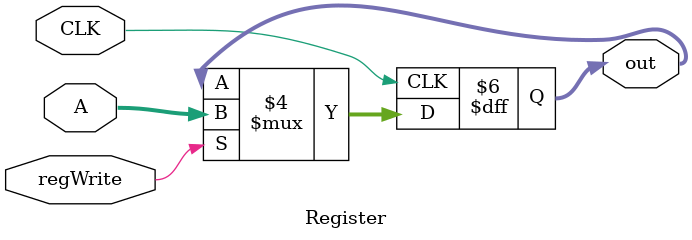
<source format=v>
`timescale 1ns / 1ps
module Register(
    input CLK,
    input [15:0] A,
	 input regWrite,
    output reg[15:0] out
    );
	 //reg o;
	 //assign out = o;
	 initial begin
	 out <=0;
	 end;
always @ (negedge (CLK))begin
if(regWrite ==1)
	out<=A;

end

endmodule

</source>
